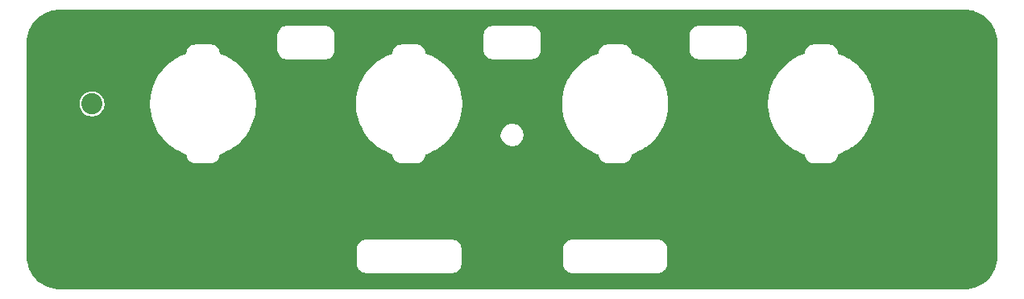
<source format=gbr>
%TF.GenerationSoftware,KiCad,Pcbnew,9.0.0-rc1-661-gd7f89c6576*%
%TF.CreationDate,2025-01-26T19:33:11-05:00*%
%TF.ProjectId,TS_Front_Endcap,54535f46-726f-46e7-945f-456e64636170,rev?*%
%TF.SameCoordinates,Original*%
%TF.FileFunction,Copper,L1,Top*%
%TF.FilePolarity,Positive*%
%FSLAX46Y46*%
G04 Gerber Fmt 4.6, Leading zero omitted, Abs format (unit mm)*
G04 Created by KiCad (PCBNEW 9.0.0-rc1-661-gd7f89c6576) date 2025-01-26 19:33:11*
%MOMM*%
%LPD*%
G01*
G04 APERTURE LIST*
%TA.AperFunction,ComponentPad*%
%ADD10C,5.250000*%
%TD*%
%TA.AperFunction,ComponentPad*%
%ADD11C,2.220000*%
%TD*%
%TA.AperFunction,ViaPad*%
%ADD12C,0.508000*%
%TD*%
G04 APERTURE END LIST*
D10*
%TO.P,H4,1,1*%
%TO.N,GND*%
X193010000Y-116500033D03*
%TD*%
D11*
%TO.P,TP2,1*%
%TO.N,Net-(TP1-Pad2)*%
X101360000Y-100454993D03*
%TD*%
D10*
%TO.P,H2,1,1*%
%TO.N,GND*%
X98010000Y-116500033D03*
%TD*%
%TO.P,H1,1,1*%
%TO.N,GND*%
X98010000Y-94000033D03*
%TD*%
D11*
%TO.P,TP3,1*%
%TO.N,GND*%
X101360000Y-110044993D03*
%TD*%
D10*
%TO.P,H3,1,1*%
%TO.N,GND*%
X193010000Y-94000033D03*
%TD*%
D12*
%TO.N,GND*%
X120360000Y-93989993D03*
X185510000Y-119500033D03*
X95635000Y-94000033D03*
X145510000Y-91000033D03*
X194685000Y-95675033D03*
X154231450Y-106068542D03*
X141510000Y-91000033D03*
X159510000Y-119500033D03*
X194685000Y-92325033D03*
X132581454Y-94841436D03*
X142010000Y-93989993D03*
X149010000Y-93989993D03*
X101510000Y-91000033D03*
X150260008Y-100454996D03*
X167160000Y-110125033D03*
X107510000Y-91000033D03*
X123860000Y-110125033D03*
X191323550Y-114825033D03*
X162335000Y-116509993D03*
X95010000Y-97250033D03*
X168160000Y-105125033D03*
X163660000Y-93989993D03*
X95010000Y-105250033D03*
X127360000Y-93989993D03*
X98010000Y-114125033D03*
X136788553Y-94841433D03*
X195385000Y-116500033D03*
X101510000Y-119500033D03*
X170660000Y-93989993D03*
X194685000Y-118175033D03*
X171510000Y-119500033D03*
X139510000Y-91000033D03*
X177510000Y-119500033D03*
X132581450Y-106068542D03*
X175510000Y-119500033D03*
X127510000Y-91000033D03*
X115510000Y-91000033D03*
X137510000Y-119500033D03*
X95010000Y-109250033D03*
X119510000Y-91000033D03*
X136788560Y-106068542D03*
X135510000Y-91000033D03*
X98000000Y-118875033D03*
X179510000Y-119500033D03*
X96330621Y-118179412D03*
X141510000Y-119500033D03*
X169510000Y-91000033D03*
X98010000Y-91625033D03*
X113510000Y-119500033D03*
X163510000Y-91000033D03*
X140760000Y-100446567D03*
X128610008Y-100454996D03*
X191323550Y-92325033D03*
X95010000Y-111250033D03*
X157510000Y-91000033D03*
X162410000Y-100446567D03*
X100385000Y-116500033D03*
X179510000Y-91000033D03*
X196010000Y-101250033D03*
X110931454Y-94841440D03*
X157510000Y-119500033D03*
X98000000Y-96375033D03*
X151510000Y-119500033D03*
X185510000Y-91000033D03*
X117510000Y-119500033D03*
X154231454Y-94841436D03*
X95635000Y-116500033D03*
X158438560Y-106068542D03*
X169510000Y-119500033D03*
X121510000Y-91000033D03*
X155510000Y-119500033D03*
X95010000Y-101250033D03*
X183510000Y-91000033D03*
X175510000Y-91000033D03*
X133510000Y-119500033D03*
X107510000Y-119500033D03*
X115510000Y-119500033D03*
X95010000Y-103250033D03*
X96323550Y-92325033D03*
X177510000Y-91000033D03*
X96323550Y-114825033D03*
X180088553Y-94833670D03*
X143510000Y-91000033D03*
X109510000Y-91000033D03*
X123510000Y-91000033D03*
X103510000Y-119500033D03*
X95010000Y-107250033D03*
X167510000Y-91000033D03*
X105510000Y-119500033D03*
X111510000Y-119500033D03*
X196010000Y-103250033D03*
X106960008Y-100455000D03*
X153510000Y-119500033D03*
X149510000Y-91000033D03*
X113510000Y-91000033D03*
X119110000Y-100446571D03*
X193000000Y-118875033D03*
X143510000Y-119500033D03*
X171510000Y-91000033D03*
X129510000Y-91000033D03*
X153510000Y-91000033D03*
X194685000Y-114825033D03*
X196010000Y-97250033D03*
X145510000Y-110729993D03*
X149510000Y-119500033D03*
X147510000Y-91000033D03*
X173510000Y-91000033D03*
X147510000Y-119500033D03*
X163510000Y-119500033D03*
X127510000Y-119500033D03*
X184060000Y-100438804D03*
X159510000Y-91000033D03*
X193010000Y-114125033D03*
X196010000Y-107250033D03*
X131510000Y-91000033D03*
X125510000Y-119500033D03*
X111510000Y-91000033D03*
X124860000Y-105125033D03*
X110931450Y-106068546D03*
X150335000Y-116509993D03*
X133510000Y-91000033D03*
X195385000Y-94000033D03*
X115138553Y-94841437D03*
X128685000Y-116509993D03*
X135510000Y-119500033D03*
X196010000Y-99250033D03*
X117510000Y-91000033D03*
X99685000Y-118175033D03*
X166160000Y-105125033D03*
X129510000Y-119500033D03*
X165510000Y-119500033D03*
X191330621Y-118179412D03*
X173510000Y-119500033D03*
X99685000Y-95675033D03*
X167510000Y-119500033D03*
X109510000Y-119500033D03*
X103510000Y-91000033D03*
X161510000Y-91000033D03*
X161510000Y-119500033D03*
X95010000Y-113250033D03*
X190635000Y-94000033D03*
X171910008Y-100447233D03*
X181510000Y-119500033D03*
X123510000Y-119500033D03*
X151510000Y-91000033D03*
X145510000Y-119500033D03*
X131510000Y-119500033D03*
X175881454Y-94833673D03*
X158438553Y-94841433D03*
X193000000Y-96375033D03*
X175881450Y-106060779D03*
X189510000Y-119500033D03*
X155510000Y-91000033D03*
X105510000Y-91000033D03*
X187510000Y-91000033D03*
X191330621Y-95679412D03*
X125510000Y-91000033D03*
X140685000Y-116509993D03*
X181510000Y-91000033D03*
X193010000Y-91625033D03*
X121510000Y-119500033D03*
X196010000Y-109250033D03*
X115138560Y-106068546D03*
X190635000Y-116500033D03*
X180088560Y-106060779D03*
X196010000Y-105250033D03*
X196010000Y-111250033D03*
X183510000Y-119500033D03*
X99685000Y-114825033D03*
X100385000Y-94000033D03*
X99685000Y-92325033D03*
X137510000Y-91000033D03*
X165510000Y-91000033D03*
X119510000Y-119500033D03*
X189510000Y-91000033D03*
X196010000Y-113250033D03*
X139510000Y-119500033D03*
X187510000Y-119500033D03*
X95010000Y-99250033D03*
X96330621Y-95679412D03*
%TD*%
%TA.AperFunction,Conductor*%
%TO.N,GND*%
G36*
X193011200Y-90500591D02*
G01*
X193350614Y-90517266D01*
X193355375Y-90517734D01*
X193690347Y-90567423D01*
X193695037Y-90568356D01*
X193965097Y-90636002D01*
X194023511Y-90650635D01*
X194028113Y-90652031D01*
X194268832Y-90738162D01*
X194346928Y-90766106D01*
X194346937Y-90766109D01*
X194351379Y-90767950D01*
X194657461Y-90912717D01*
X194661702Y-90914983D01*
X194952148Y-91089071D01*
X194956146Y-91091743D01*
X195228112Y-91293447D01*
X195231830Y-91296498D01*
X195482723Y-91523896D01*
X195486123Y-91527296D01*
X195713520Y-91778193D01*
X195716570Y-91781910D01*
X195918272Y-92053877D01*
X195920944Y-92057875D01*
X196095025Y-92348313D01*
X196097292Y-92352554D01*
X196127912Y-92417295D01*
X196235803Y-92645417D01*
X196242066Y-92658658D01*
X196243901Y-92663088D01*
X196298449Y-92815543D01*
X196357976Y-92981911D01*
X196359372Y-92986512D01*
X196441646Y-93314979D01*
X196442584Y-93319696D01*
X196492266Y-93654640D01*
X196492737Y-93659425D01*
X196509440Y-93999505D01*
X196509499Y-94001908D01*
X196509499Y-94034409D01*
X196509499Y-94065921D01*
X196509499Y-94065923D01*
X196509500Y-94069870D01*
X196509500Y-116498824D01*
X196509441Y-116501229D01*
X196492764Y-116840630D01*
X196492293Y-116845415D01*
X196442604Y-117180370D01*
X196441665Y-117185086D01*
X196359393Y-117513529D01*
X196357998Y-117518131D01*
X196243915Y-117836963D01*
X196242074Y-117841405D01*
X196097306Y-118147486D01*
X196095040Y-118151727D01*
X195920952Y-118442172D01*
X195918280Y-118446170D01*
X195716575Y-118718136D01*
X195713524Y-118721854D01*
X195486126Y-118972746D01*
X195482726Y-118976146D01*
X195231830Y-119203543D01*
X195228113Y-119206593D01*
X194956146Y-119408296D01*
X194952148Y-119410968D01*
X194661711Y-119585049D01*
X194657470Y-119587316D01*
X194351370Y-119732089D01*
X194346927Y-119733929D01*
X194028111Y-119848002D01*
X194023510Y-119849398D01*
X193695049Y-119931674D01*
X193690333Y-119932612D01*
X193355386Y-119982296D01*
X193350600Y-119982767D01*
X193207837Y-119989780D01*
X193010519Y-119999474D01*
X193008135Y-119999533D01*
X98011203Y-119999533D01*
X98008799Y-119999474D01*
X97669396Y-119982800D01*
X97664610Y-119982329D01*
X97329660Y-119932644D01*
X97324944Y-119931706D01*
X96996475Y-119849430D01*
X96991883Y-119848037D01*
X96777275Y-119771249D01*
X96673052Y-119733958D01*
X96668618Y-119732121D01*
X96362505Y-119587341D01*
X96358281Y-119585083D01*
X96067833Y-119410995D01*
X96063835Y-119408323D01*
X95791866Y-119206619D01*
X95788149Y-119203569D01*
X95537250Y-118976170D01*
X95533850Y-118972770D01*
X95306450Y-118721875D01*
X95303399Y-118718157D01*
X95101685Y-118446179D01*
X95099025Y-118442199D01*
X94924929Y-118151741D01*
X94922666Y-118147507D01*
X94892009Y-118082689D01*
X94777888Y-117841404D01*
X94776055Y-117836982D01*
X94661969Y-117518136D01*
X94660576Y-117513541D01*
X94618987Y-117347516D01*
X94578297Y-117185079D01*
X94577363Y-117180388D01*
X94527671Y-116845405D01*
X94527203Y-116840646D01*
X94510559Y-116501900D01*
X94510500Y-116499495D01*
X94510500Y-115829820D01*
X129184499Y-115829820D01*
X129184500Y-115829833D01*
X129184500Y-117328968D01*
X129184506Y-117329061D01*
X129184506Y-117347519D01*
X129202744Y-117450962D01*
X129214903Y-117519927D01*
X129214904Y-117519928D01*
X129274776Y-117684431D01*
X129274780Y-117684440D01*
X129362306Y-117836042D01*
X129362311Y-117836048D01*
X129474832Y-117970148D01*
X129474841Y-117970157D01*
X129608944Y-118082684D01*
X129728529Y-118151727D01*
X129760555Y-118170217D01*
X129925062Y-118230093D01*
X130097467Y-118260493D01*
X130119108Y-118260493D01*
X139119108Y-118260493D01*
X139164697Y-118260493D01*
X139164714Y-118260500D01*
X139185000Y-118260500D01*
X139272527Y-118260500D01*
X139272533Y-118260500D01*
X139444940Y-118230100D01*
X139609448Y-118170223D01*
X139761060Y-118082689D01*
X139895168Y-117970158D01*
X140007697Y-117836048D01*
X140095229Y-117684436D01*
X140155104Y-117519926D01*
X140185501Y-117347519D01*
X140185500Y-117259986D01*
X140185500Y-117259493D01*
X140185500Y-115829820D01*
X150834499Y-115829820D01*
X150834500Y-115829833D01*
X150834500Y-117328968D01*
X150834506Y-117329061D01*
X150834506Y-117347519D01*
X150852744Y-117450962D01*
X150864903Y-117519927D01*
X150864904Y-117519928D01*
X150924776Y-117684431D01*
X150924780Y-117684440D01*
X151012306Y-117836042D01*
X151012311Y-117836048D01*
X151124832Y-117970148D01*
X151124841Y-117970157D01*
X151258944Y-118082684D01*
X151378529Y-118151727D01*
X151410555Y-118170217D01*
X151575062Y-118230093D01*
X151747467Y-118260493D01*
X151769108Y-118260493D01*
X160769108Y-118260493D01*
X160814697Y-118260493D01*
X160814714Y-118260500D01*
X160835000Y-118260500D01*
X160922527Y-118260500D01*
X160922533Y-118260500D01*
X161094940Y-118230100D01*
X161259448Y-118170223D01*
X161411060Y-118082689D01*
X161545168Y-117970158D01*
X161657697Y-117836048D01*
X161745229Y-117684436D01*
X161805104Y-117519926D01*
X161835501Y-117347519D01*
X161835500Y-117259986D01*
X161835500Y-117259493D01*
X161835500Y-115825881D01*
X161835501Y-115825878D01*
X161835500Y-115780287D01*
X161835506Y-115780271D01*
X161835506Y-115759986D01*
X161835507Y-115759986D01*
X161835506Y-115672454D01*
X161835506Y-115672451D01*
X161805106Y-115500060D01*
X161805105Y-115500059D01*
X161805104Y-115500049D01*
X161745227Y-115335543D01*
X161657693Y-115183934D01*
X161545171Y-115049836D01*
X161545167Y-115049831D01*
X161545158Y-115049822D01*
X161411058Y-114937301D01*
X161411049Y-114937295D01*
X161259451Y-114849770D01*
X161259442Y-114849766D01*
X161094940Y-114789893D01*
X161094941Y-114789893D01*
X161094938Y-114789892D01*
X161094937Y-114789892D01*
X160922532Y-114759493D01*
X160900892Y-114759493D01*
X151769108Y-114759493D01*
X151765935Y-114759493D01*
X151765829Y-114759500D01*
X151747467Y-114759500D01*
X151644311Y-114777689D01*
X151575065Y-114789899D01*
X151575064Y-114789899D01*
X151575060Y-114789900D01*
X151410560Y-114849773D01*
X151410551Y-114849777D01*
X151258950Y-114937302D01*
X151258944Y-114937307D01*
X151124846Y-115049827D01*
X151124837Y-115049836D01*
X151012314Y-115183936D01*
X150924780Y-115335543D01*
X150924778Y-115335546D01*
X150880880Y-115456153D01*
X150864903Y-115500050D01*
X150864902Y-115500052D01*
X150864899Y-115500062D01*
X150834500Y-115672450D01*
X150834500Y-115759986D01*
X150834499Y-115829820D01*
X140185500Y-115829820D01*
X140185500Y-115825881D01*
X140185501Y-115825878D01*
X140185500Y-115780288D01*
X140185506Y-115780272D01*
X140185506Y-115759986D01*
X140185507Y-115759986D01*
X140185506Y-115672454D01*
X140185506Y-115672451D01*
X140155106Y-115500060D01*
X140155105Y-115500059D01*
X140155104Y-115500049D01*
X140095227Y-115335543D01*
X140007693Y-115183934D01*
X139895171Y-115049836D01*
X139895167Y-115049831D01*
X139895158Y-115049822D01*
X139761058Y-114937301D01*
X139761049Y-114937295D01*
X139609451Y-114849770D01*
X139609442Y-114849766D01*
X139444940Y-114789893D01*
X139444941Y-114789893D01*
X139444938Y-114789892D01*
X139444937Y-114789892D01*
X139272532Y-114759493D01*
X139250892Y-114759493D01*
X130119108Y-114759493D01*
X130115935Y-114759493D01*
X130115829Y-114759500D01*
X130097467Y-114759500D01*
X129994311Y-114777689D01*
X129925065Y-114789899D01*
X129925064Y-114789899D01*
X129925060Y-114789900D01*
X129760560Y-114849773D01*
X129760551Y-114849777D01*
X129608950Y-114937302D01*
X129608944Y-114937307D01*
X129474846Y-115049827D01*
X129474837Y-115049836D01*
X129362314Y-115183936D01*
X129274780Y-115335543D01*
X129274778Y-115335546D01*
X129230880Y-115456153D01*
X129214903Y-115500050D01*
X129214902Y-115500052D01*
X129214899Y-115500062D01*
X129184500Y-115672450D01*
X129184500Y-115759986D01*
X129184499Y-115829820D01*
X94510500Y-115829820D01*
X94510500Y-100351854D01*
X100049500Y-100351854D01*
X100049500Y-100558131D01*
X100081768Y-100761866D01*
X100081769Y-100761869D01*
X100145512Y-100958051D01*
X100239156Y-101141839D01*
X100239159Y-101141843D01*
X100239160Y-101141845D01*
X100360407Y-101308726D01*
X100360409Y-101308728D01*
X100360412Y-101308732D01*
X100506260Y-101454580D01*
X100506263Y-101454582D01*
X100506267Y-101454586D01*
X100673148Y-101575833D01*
X100673150Y-101575834D01*
X100673153Y-101575836D01*
X100856941Y-101669480D01*
X100856943Y-101669481D01*
X101053124Y-101733224D01*
X101256861Y-101765493D01*
X101256862Y-101765493D01*
X101463138Y-101765493D01*
X101463139Y-101765493D01*
X101666876Y-101733224D01*
X101863057Y-101669481D01*
X102046852Y-101575833D01*
X102213733Y-101454586D01*
X102359593Y-101308726D01*
X102480840Y-101141845D01*
X102574488Y-100958050D01*
X102638231Y-100761869D01*
X102670500Y-100558132D01*
X102670500Y-100351854D01*
X102650335Y-100224541D01*
X107459501Y-100224541D01*
X107459501Y-100685455D01*
X107497538Y-101144796D01*
X107569419Y-101575836D01*
X107573355Y-101599434D01*
X107686431Y-102046263D01*
X107686436Y-102046280D01*
X107835990Y-102482214D01*
X107835992Y-102482219D01*
X107835996Y-102482230D01*
X108021031Y-102904372D01*
X108240273Y-103309803D01*
X108240277Y-103309810D01*
X108492220Y-103695749D01*
X108492224Y-103695755D01*
X108492226Y-103695757D01*
X108682063Y-103939873D01*
X108775173Y-104059604D01*
X108775174Y-104059606D01*
X109087174Y-104398852D01*
X109321914Y-104615176D01*
X109426118Y-104711204D01*
X109622662Y-104864364D01*
X109789681Y-104994517D01*
X109982381Y-105120588D01*
X110175379Y-105246855D01*
X110175385Y-105246858D01*
X110175386Y-105246859D01*
X110580587Y-105466503D01*
X110580590Y-105466504D01*
X111002528Y-105651956D01*
X111002536Y-105651959D01*
X111002545Y-105651963D01*
X111251448Y-105737632D01*
X111258748Y-105744088D01*
X111267966Y-105747262D01*
X111271695Y-105755540D01*
X111279538Y-105762477D01*
X111283559Y-105777745D01*
X111284088Y-105777677D01*
X111284094Y-105777723D01*
X111284271Y-105780449D01*
X111284408Y-105780969D01*
X111284414Y-105781067D01*
X111284327Y-105781317D01*
X111284506Y-105784061D01*
X111284506Y-105802519D01*
X111302744Y-105905962D01*
X111314903Y-105974927D01*
X111314904Y-105974928D01*
X111374776Y-106139431D01*
X111374780Y-106139440D01*
X111462306Y-106291042D01*
X111462311Y-106291048D01*
X111574832Y-106425148D01*
X111574841Y-106425157D01*
X111708944Y-106537684D01*
X111860555Y-106625217D01*
X112025062Y-106685093D01*
X112197467Y-106715493D01*
X112219108Y-106715493D01*
X113719108Y-106715493D01*
X113764697Y-106715493D01*
X113764714Y-106715500D01*
X113785000Y-106715500D01*
X113872527Y-106715500D01*
X113872533Y-106715500D01*
X114044940Y-106685100D01*
X114209448Y-106625223D01*
X114361060Y-106537689D01*
X114495168Y-106425158D01*
X114607697Y-106291048D01*
X114695229Y-106139436D01*
X114755104Y-105974926D01*
X114785501Y-105802519D01*
X114785500Y-105783978D01*
X114799850Y-105749331D01*
X114818550Y-105737647D01*
X115067460Y-105651976D01*
X115489416Y-105466517D01*
X115894628Y-105246867D01*
X116245303Y-105017441D01*
X116280326Y-104994528D01*
X116393417Y-104906400D01*
X116643892Y-104711214D01*
X116982832Y-104398866D01*
X117294840Y-104059611D01*
X117577785Y-103695765D01*
X117829739Y-103309810D01*
X118048981Y-102904378D01*
X118234017Y-102482235D01*
X118383583Y-102046263D01*
X118496660Y-101599434D01*
X118572476Y-101144798D01*
X118610513Y-100685455D01*
X118610513Y-100224541D01*
X129109501Y-100224541D01*
X129109501Y-100685455D01*
X129147538Y-101144796D01*
X129219419Y-101575836D01*
X129223355Y-101599434D01*
X129336431Y-102046263D01*
X129336436Y-102046280D01*
X129485990Y-102482214D01*
X129485992Y-102482219D01*
X129485996Y-102482230D01*
X129671031Y-102904372D01*
X129890273Y-103309803D01*
X129890277Y-103309810D01*
X130142220Y-103695749D01*
X130142224Y-103695755D01*
X130142226Y-103695757D01*
X130332063Y-103939873D01*
X130425173Y-104059604D01*
X130425174Y-104059606D01*
X130737174Y-104398852D01*
X130971914Y-104615176D01*
X131076118Y-104711204D01*
X131272662Y-104864364D01*
X131439681Y-104994517D01*
X131632381Y-105120588D01*
X131825379Y-105246855D01*
X131825385Y-105246858D01*
X131825386Y-105246859D01*
X132230587Y-105466503D01*
X132230590Y-105466504D01*
X132652528Y-105651956D01*
X132652536Y-105651959D01*
X132652545Y-105651963D01*
X132901448Y-105737632D01*
X132908748Y-105744088D01*
X132917966Y-105747262D01*
X132921695Y-105755540D01*
X132929538Y-105762477D01*
X132933559Y-105777745D01*
X132934088Y-105777677D01*
X132934094Y-105777723D01*
X132934271Y-105780449D01*
X132934408Y-105780969D01*
X132934414Y-105781067D01*
X132934327Y-105781317D01*
X132934506Y-105784061D01*
X132934506Y-105802519D01*
X132952744Y-105905962D01*
X132964903Y-105974927D01*
X132964904Y-105974928D01*
X133024776Y-106139431D01*
X133024780Y-106139440D01*
X133112306Y-106291042D01*
X133112311Y-106291048D01*
X133224832Y-106425148D01*
X133224841Y-106425157D01*
X133358944Y-106537684D01*
X133510555Y-106625217D01*
X133675062Y-106685093D01*
X133847467Y-106715493D01*
X133869108Y-106715493D01*
X135369108Y-106715493D01*
X135414697Y-106715493D01*
X135414714Y-106715500D01*
X135435000Y-106715500D01*
X135522527Y-106715500D01*
X135522533Y-106715500D01*
X135694940Y-106685100D01*
X135859448Y-106625223D01*
X136011060Y-106537689D01*
X136145168Y-106425158D01*
X136257697Y-106291048D01*
X136345229Y-106139436D01*
X136405104Y-105974926D01*
X136435501Y-105802519D01*
X136435500Y-105783978D01*
X136449850Y-105749331D01*
X136468550Y-105737647D01*
X136717460Y-105651976D01*
X137139416Y-105466517D01*
X137544628Y-105246867D01*
X137895303Y-105017441D01*
X137930326Y-104994528D01*
X138043417Y-104906400D01*
X138293892Y-104711214D01*
X138632832Y-104398866D01*
X138944840Y-104059611D01*
X139115483Y-103840177D01*
X144310000Y-103840177D01*
X144364859Y-104059613D01*
X144410000Y-104240176D01*
X144685000Y-104615176D01*
X145110000Y-104865176D01*
X145535000Y-104940176D01*
X146010000Y-104840176D01*
X146410000Y-104540176D01*
X146660000Y-104140176D01*
X146710000Y-103765176D01*
X146635000Y-103290176D01*
X146410000Y-102915176D01*
X146395248Y-102904358D01*
X146035000Y-102640176D01*
X145535001Y-102515176D01*
X145535000Y-102515176D01*
X145272500Y-102577676D01*
X145009999Y-102640176D01*
X144585000Y-102965176D01*
X144335000Y-103440176D01*
X144310000Y-103840177D01*
X139115483Y-103840177D01*
X139227785Y-103695765D01*
X139479739Y-103309810D01*
X139698981Y-102904378D01*
X139884017Y-102482235D01*
X140033583Y-102046263D01*
X140146660Y-101599434D01*
X140222476Y-101144798D01*
X140260513Y-100685455D01*
X140260513Y-100224541D01*
X150759501Y-100224541D01*
X150759501Y-100685455D01*
X150797538Y-101144796D01*
X150869419Y-101575836D01*
X150873355Y-101599434D01*
X150986431Y-102046263D01*
X150986436Y-102046280D01*
X151135990Y-102482214D01*
X151135992Y-102482219D01*
X151135996Y-102482230D01*
X151321031Y-102904372D01*
X151540273Y-103309803D01*
X151540277Y-103309810D01*
X151792220Y-103695749D01*
X151792224Y-103695755D01*
X151792226Y-103695757D01*
X151982063Y-103939873D01*
X152075173Y-104059604D01*
X152075174Y-104059606D01*
X152387174Y-104398852D01*
X152621914Y-104615176D01*
X152726118Y-104711204D01*
X152922662Y-104864364D01*
X153089681Y-104994517D01*
X153282381Y-105120588D01*
X153475379Y-105246855D01*
X153475385Y-105246858D01*
X153475386Y-105246859D01*
X153880587Y-105466503D01*
X153880590Y-105466504D01*
X154302528Y-105651956D01*
X154302536Y-105651959D01*
X154302545Y-105651963D01*
X154551448Y-105737632D01*
X154558748Y-105744088D01*
X154567966Y-105747262D01*
X154571695Y-105755540D01*
X154579538Y-105762477D01*
X154583559Y-105777745D01*
X154584088Y-105777677D01*
X154584094Y-105777723D01*
X154584271Y-105780449D01*
X154584408Y-105780969D01*
X154584414Y-105781067D01*
X154584327Y-105781317D01*
X154584506Y-105784061D01*
X154584506Y-105802519D01*
X154602744Y-105905962D01*
X154614903Y-105974927D01*
X154614904Y-105974928D01*
X154674776Y-106139431D01*
X154674780Y-106139440D01*
X154762306Y-106291042D01*
X154762311Y-106291048D01*
X154874832Y-106425148D01*
X154874841Y-106425157D01*
X155008944Y-106537684D01*
X155160555Y-106625217D01*
X155325062Y-106685093D01*
X155497467Y-106715493D01*
X155519108Y-106715493D01*
X157019108Y-106715493D01*
X157064697Y-106715493D01*
X157064714Y-106715500D01*
X157085000Y-106715500D01*
X157172527Y-106715500D01*
X157172533Y-106715500D01*
X157344940Y-106685100D01*
X157509448Y-106625223D01*
X157661060Y-106537689D01*
X157795168Y-106425158D01*
X157907697Y-106291048D01*
X157995229Y-106139436D01*
X158055104Y-105974926D01*
X158085501Y-105802519D01*
X158085500Y-105783978D01*
X158099850Y-105749331D01*
X158118550Y-105737647D01*
X158367460Y-105651976D01*
X158789416Y-105466517D01*
X159194628Y-105246867D01*
X159545303Y-105017441D01*
X159580326Y-104994528D01*
X159693417Y-104906400D01*
X159943892Y-104711214D01*
X160282832Y-104398866D01*
X160594840Y-104059611D01*
X160877785Y-103695765D01*
X161129739Y-103309810D01*
X161348981Y-102904378D01*
X161534017Y-102482235D01*
X161683583Y-102046263D01*
X161796660Y-101599434D01*
X161872476Y-101144798D01*
X161910513Y-100685455D01*
X161910513Y-100224541D01*
X172409501Y-100224541D01*
X172409501Y-100685455D01*
X172447538Y-101144796D01*
X172519419Y-101575836D01*
X172523355Y-101599434D01*
X172636431Y-102046263D01*
X172636436Y-102046280D01*
X172785990Y-102482214D01*
X172785992Y-102482219D01*
X172785996Y-102482230D01*
X172971031Y-102904372D01*
X173190273Y-103309803D01*
X173190277Y-103309810D01*
X173442220Y-103695749D01*
X173442224Y-103695755D01*
X173442226Y-103695757D01*
X173632063Y-103939873D01*
X173725173Y-104059604D01*
X173725174Y-104059606D01*
X174037174Y-104398852D01*
X174271914Y-104615176D01*
X174376118Y-104711204D01*
X174572662Y-104864364D01*
X174739681Y-104994517D01*
X174932381Y-105120588D01*
X175125379Y-105246855D01*
X175125385Y-105246858D01*
X175125386Y-105246859D01*
X175530587Y-105466503D01*
X175530590Y-105466504D01*
X175952528Y-105651956D01*
X175952536Y-105651959D01*
X175952545Y-105651963D01*
X176201448Y-105737632D01*
X176208748Y-105744088D01*
X176217966Y-105747262D01*
X176221695Y-105755540D01*
X176229538Y-105762477D01*
X176233559Y-105777745D01*
X176234088Y-105777677D01*
X176234094Y-105777723D01*
X176234271Y-105780449D01*
X176234408Y-105780969D01*
X176234414Y-105781067D01*
X176234327Y-105781317D01*
X176234506Y-105784061D01*
X176234506Y-105802519D01*
X176252744Y-105905962D01*
X176264903Y-105974927D01*
X176264904Y-105974928D01*
X176324776Y-106139431D01*
X176324780Y-106139440D01*
X176412306Y-106291042D01*
X176412311Y-106291048D01*
X176524832Y-106425148D01*
X176524841Y-106425157D01*
X176658944Y-106537684D01*
X176810555Y-106625217D01*
X176975062Y-106685093D01*
X177147467Y-106715493D01*
X177169108Y-106715493D01*
X178669108Y-106715493D01*
X178714697Y-106715493D01*
X178714714Y-106715500D01*
X178735000Y-106715500D01*
X178822527Y-106715500D01*
X178822533Y-106715500D01*
X178994940Y-106685100D01*
X179159448Y-106625223D01*
X179311060Y-106537689D01*
X179445168Y-106425158D01*
X179557697Y-106291048D01*
X179645229Y-106139436D01*
X179705104Y-105974926D01*
X179735501Y-105802519D01*
X179735500Y-105783978D01*
X179749850Y-105749331D01*
X179768550Y-105737647D01*
X180017460Y-105651976D01*
X180439416Y-105466517D01*
X180844628Y-105246867D01*
X181195303Y-105017441D01*
X181230326Y-104994528D01*
X181343417Y-104906400D01*
X181593892Y-104711214D01*
X181932832Y-104398866D01*
X182244840Y-104059611D01*
X182527785Y-103695765D01*
X182779739Y-103309810D01*
X182998981Y-102904378D01*
X183184017Y-102482235D01*
X183333583Y-102046263D01*
X183446660Y-101599434D01*
X183522476Y-101144798D01*
X183560513Y-100685455D01*
X183560513Y-100224541D01*
X183522475Y-99765198D01*
X183446659Y-99310562D01*
X183333582Y-98863734D01*
X183253565Y-98630491D01*
X183184018Y-98427769D01*
X183184017Y-98427768D01*
X183184015Y-98427761D01*
X182998979Y-98005619D01*
X182779737Y-97600187D01*
X182756922Y-97565238D01*
X182527788Y-97214239D01*
X182527783Y-97214232D01*
X182244837Y-96850386D01*
X182120157Y-96714817D01*
X181932833Y-96511134D01*
X181910497Y-96490550D01*
X181593889Y-96198783D01*
X181365270Y-96020628D01*
X181230323Y-95915468D01*
X180916417Y-95710100D01*
X180844625Y-95663131D01*
X180844620Y-95663128D01*
X180844617Y-95663126D01*
X180439415Y-95443482D01*
X180439412Y-95443481D01*
X180017473Y-95258028D01*
X180017452Y-95258020D01*
X179768559Y-95172354D01*
X179740468Y-95147508D01*
X179735506Y-95126022D01*
X179735506Y-95107451D01*
X179705106Y-94935060D01*
X179705105Y-94935059D01*
X179705104Y-94935049D01*
X179645227Y-94770543D01*
X179557693Y-94618934D01*
X179445171Y-94484836D01*
X179445167Y-94484831D01*
X179445158Y-94484822D01*
X179311058Y-94372301D01*
X179311049Y-94372295D01*
X179159451Y-94284770D01*
X179159442Y-94284766D01*
X178994940Y-94224893D01*
X178994941Y-94224893D01*
X178994938Y-94224892D01*
X178994937Y-94224892D01*
X178822532Y-94194493D01*
X178800892Y-94194493D01*
X177169108Y-94194493D01*
X177165935Y-94194493D01*
X177165829Y-94194500D01*
X177147467Y-94194500D01*
X177044311Y-94212689D01*
X176975065Y-94224899D01*
X176975064Y-94224899D01*
X176975060Y-94224900D01*
X176810560Y-94284773D01*
X176810551Y-94284777D01*
X176658950Y-94372302D01*
X176658944Y-94372307D01*
X176524846Y-94484827D01*
X176524837Y-94484836D01*
X176412314Y-94618936D01*
X176324780Y-94770543D01*
X176324778Y-94770546D01*
X176280880Y-94891153D01*
X176264903Y-94935050D01*
X176264902Y-94935052D01*
X176264899Y-94935062D01*
X176234500Y-95107450D01*
X176234500Y-95126036D01*
X176220147Y-95160684D01*
X176201447Y-95172366D01*
X175952552Y-95258033D01*
X175952531Y-95258041D01*
X175530593Y-95443493D01*
X175530590Y-95443494D01*
X175125390Y-95663138D01*
X175125386Y-95663141D01*
X174739684Y-95915480D01*
X174376129Y-96198786D01*
X174376116Y-96198797D01*
X174037176Y-96511144D01*
X173725176Y-96850390D01*
X173725175Y-96850392D01*
X173442222Y-97214247D01*
X173190279Y-97600186D01*
X173190275Y-97600194D01*
X172971033Y-98005625D01*
X172971032Y-98005628D01*
X172971024Y-98005644D01*
X172785996Y-98427771D01*
X172785994Y-98427774D01*
X172636435Y-98863723D01*
X172636432Y-98863733D01*
X172636432Y-98863734D01*
X172636431Y-98863738D01*
X172523355Y-99310565D01*
X172504874Y-99421388D01*
X172447540Y-99765197D01*
X172447539Y-99765200D01*
X172409501Y-100224541D01*
X161910513Y-100224541D01*
X161872475Y-99765198D01*
X161796659Y-99310562D01*
X161683582Y-98863734D01*
X161603565Y-98630491D01*
X161534018Y-98427769D01*
X161534017Y-98427768D01*
X161534015Y-98427761D01*
X161348979Y-98005619D01*
X161129737Y-97600187D01*
X161106922Y-97565238D01*
X160877788Y-97214239D01*
X160877783Y-97214232D01*
X160594837Y-96850386D01*
X160470157Y-96714817D01*
X160282833Y-96511134D01*
X160260497Y-96490550D01*
X159943889Y-96198783D01*
X159715270Y-96020628D01*
X159580323Y-95915468D01*
X159266417Y-95710100D01*
X159194625Y-95663131D01*
X159194620Y-95663128D01*
X159194617Y-95663126D01*
X158789415Y-95443482D01*
X158789412Y-95443481D01*
X158367473Y-95258028D01*
X158367452Y-95258020D01*
X158118559Y-95172354D01*
X158090468Y-95147508D01*
X158085506Y-95126022D01*
X158085506Y-95107451D01*
X158055106Y-94935060D01*
X158055105Y-94935059D01*
X158055104Y-94935049D01*
X157995227Y-94770543D01*
X157907693Y-94618934D01*
X157795171Y-94484836D01*
X157795167Y-94484831D01*
X157795158Y-94484822D01*
X157661058Y-94372301D01*
X157661049Y-94372295D01*
X157509451Y-94284770D01*
X157509442Y-94284766D01*
X157344940Y-94224893D01*
X157344941Y-94224893D01*
X157344938Y-94224892D01*
X157344937Y-94224892D01*
X157172532Y-94194493D01*
X157150892Y-94194493D01*
X155519108Y-94194493D01*
X155515935Y-94194493D01*
X155515829Y-94194500D01*
X155497467Y-94194500D01*
X155394311Y-94212689D01*
X155325065Y-94224899D01*
X155325064Y-94224899D01*
X155325060Y-94224900D01*
X155160560Y-94284773D01*
X155160551Y-94284777D01*
X155008950Y-94372302D01*
X155008944Y-94372307D01*
X154874846Y-94484827D01*
X154874837Y-94484836D01*
X154762314Y-94618936D01*
X154674780Y-94770543D01*
X154674778Y-94770546D01*
X154630880Y-94891153D01*
X154614903Y-94935050D01*
X154614902Y-94935052D01*
X154614899Y-94935062D01*
X154584500Y-95107450D01*
X154584500Y-95126036D01*
X154570147Y-95160684D01*
X154551447Y-95172366D01*
X154302552Y-95258033D01*
X154302531Y-95258041D01*
X153880593Y-95443493D01*
X153880590Y-95443494D01*
X153475390Y-95663138D01*
X153475386Y-95663141D01*
X153089684Y-95915480D01*
X152726129Y-96198786D01*
X152726116Y-96198797D01*
X152387176Y-96511144D01*
X152075176Y-96850390D01*
X152075175Y-96850392D01*
X151792222Y-97214247D01*
X151540279Y-97600186D01*
X151540275Y-97600194D01*
X151321033Y-98005625D01*
X151321032Y-98005628D01*
X151321024Y-98005644D01*
X151135996Y-98427771D01*
X151135994Y-98427774D01*
X150986435Y-98863723D01*
X150986432Y-98863733D01*
X150986432Y-98863734D01*
X150986431Y-98863738D01*
X150873355Y-99310565D01*
X150854874Y-99421388D01*
X150797540Y-99765197D01*
X150797539Y-99765200D01*
X150759501Y-100224541D01*
X140260513Y-100224541D01*
X140222475Y-99765198D01*
X140146659Y-99310562D01*
X140033582Y-98863734D01*
X139953565Y-98630491D01*
X139884018Y-98427769D01*
X139884017Y-98427768D01*
X139884015Y-98427761D01*
X139698979Y-98005619D01*
X139479737Y-97600187D01*
X139456922Y-97565238D01*
X139227788Y-97214239D01*
X139227783Y-97214232D01*
X138944837Y-96850386D01*
X138820157Y-96714817D01*
X138632833Y-96511134D01*
X138610497Y-96490550D01*
X138293889Y-96198783D01*
X138065270Y-96020628D01*
X137930323Y-95915468D01*
X137616417Y-95710100D01*
X137544625Y-95663131D01*
X137544620Y-95663128D01*
X137544617Y-95663126D01*
X137139415Y-95443482D01*
X137139412Y-95443481D01*
X136717473Y-95258028D01*
X136717452Y-95258020D01*
X136468559Y-95172354D01*
X136440468Y-95147508D01*
X136435506Y-95126022D01*
X136435506Y-95107451D01*
X136405106Y-94935060D01*
X136405105Y-94935059D01*
X136405104Y-94935049D01*
X136345227Y-94770543D01*
X136257693Y-94618934D01*
X136145171Y-94484836D01*
X136145167Y-94484831D01*
X136145158Y-94484822D01*
X136011058Y-94372301D01*
X136011049Y-94372295D01*
X135859451Y-94284770D01*
X135859442Y-94284766D01*
X135694940Y-94224893D01*
X135694941Y-94224893D01*
X135694938Y-94224892D01*
X135694937Y-94224892D01*
X135522532Y-94194493D01*
X135500892Y-94194493D01*
X133869108Y-94194493D01*
X133865935Y-94194493D01*
X133865829Y-94194500D01*
X133847467Y-94194500D01*
X133744311Y-94212689D01*
X133675065Y-94224899D01*
X133675064Y-94224899D01*
X133675060Y-94224900D01*
X133510560Y-94284773D01*
X133510551Y-94284777D01*
X133358950Y-94372302D01*
X133358944Y-94372307D01*
X133224846Y-94484827D01*
X133224837Y-94484836D01*
X133112314Y-94618936D01*
X133024780Y-94770543D01*
X133024778Y-94770546D01*
X132980880Y-94891153D01*
X132964903Y-94935050D01*
X132964902Y-94935052D01*
X132964899Y-94935062D01*
X132934500Y-95107450D01*
X132934500Y-95126036D01*
X132920147Y-95160684D01*
X132901447Y-95172366D01*
X132652552Y-95258033D01*
X132652531Y-95258041D01*
X132230593Y-95443493D01*
X132230590Y-95443494D01*
X131825390Y-95663138D01*
X131825386Y-95663141D01*
X131439684Y-95915480D01*
X131076129Y-96198786D01*
X131076116Y-96198797D01*
X130737176Y-96511144D01*
X130425176Y-96850390D01*
X130425175Y-96850392D01*
X130142222Y-97214247D01*
X129890279Y-97600186D01*
X129890275Y-97600194D01*
X129671033Y-98005625D01*
X129671032Y-98005628D01*
X129671024Y-98005644D01*
X129485996Y-98427771D01*
X129485994Y-98427774D01*
X129336435Y-98863723D01*
X129336432Y-98863733D01*
X129336432Y-98863734D01*
X129336431Y-98863738D01*
X129223355Y-99310565D01*
X129204874Y-99421388D01*
X129147540Y-99765197D01*
X129147539Y-99765200D01*
X129109501Y-100224541D01*
X118610513Y-100224541D01*
X118572475Y-99765198D01*
X118496659Y-99310562D01*
X118383582Y-98863734D01*
X118303565Y-98630491D01*
X118234018Y-98427769D01*
X118234017Y-98427768D01*
X118234015Y-98427761D01*
X118048979Y-98005619D01*
X117829737Y-97600187D01*
X117806922Y-97565238D01*
X117577788Y-97214239D01*
X117577783Y-97214232D01*
X117294837Y-96850386D01*
X117170157Y-96714817D01*
X116982833Y-96511134D01*
X116960497Y-96490550D01*
X116643889Y-96198783D01*
X116415270Y-96020628D01*
X116280323Y-95915468D01*
X115966417Y-95710100D01*
X115894625Y-95663131D01*
X115894620Y-95663128D01*
X115894617Y-95663126D01*
X115489415Y-95443482D01*
X115489412Y-95443481D01*
X115067473Y-95258028D01*
X115067452Y-95258020D01*
X114818559Y-95172354D01*
X114790468Y-95147508D01*
X114785506Y-95126022D01*
X114785506Y-95107451D01*
X114755106Y-94935060D01*
X114755105Y-94935059D01*
X114755104Y-94935049D01*
X114695227Y-94770543D01*
X114607693Y-94618934D01*
X114495171Y-94484836D01*
X114495167Y-94484831D01*
X114495158Y-94484822D01*
X114361058Y-94372301D01*
X114361049Y-94372295D01*
X114209451Y-94284770D01*
X114209442Y-94284766D01*
X114044940Y-94224893D01*
X114044941Y-94224893D01*
X114044938Y-94224892D01*
X114044937Y-94224892D01*
X113872532Y-94194493D01*
X113850892Y-94194493D01*
X112219108Y-94194493D01*
X112215935Y-94194493D01*
X112215829Y-94194500D01*
X112197467Y-94194500D01*
X112094311Y-94212689D01*
X112025065Y-94224899D01*
X112025064Y-94224899D01*
X112025060Y-94224900D01*
X111860560Y-94284773D01*
X111860551Y-94284777D01*
X111708950Y-94372302D01*
X111708944Y-94372307D01*
X111574846Y-94484827D01*
X111574837Y-94484836D01*
X111462314Y-94618936D01*
X111374780Y-94770543D01*
X111374778Y-94770546D01*
X111330880Y-94891153D01*
X111314903Y-94935050D01*
X111314902Y-94935052D01*
X111314899Y-94935062D01*
X111284500Y-95107450D01*
X111284500Y-95126036D01*
X111270147Y-95160684D01*
X111251447Y-95172366D01*
X111002552Y-95258033D01*
X111002531Y-95258041D01*
X110580593Y-95443493D01*
X110580590Y-95443494D01*
X110175390Y-95663138D01*
X110175386Y-95663141D01*
X109789684Y-95915480D01*
X109426129Y-96198786D01*
X109426116Y-96198797D01*
X109087176Y-96511144D01*
X108775176Y-96850390D01*
X108775175Y-96850392D01*
X108492222Y-97214247D01*
X108240279Y-97600186D01*
X108240275Y-97600194D01*
X108021033Y-98005625D01*
X108021032Y-98005628D01*
X108021024Y-98005644D01*
X107835996Y-98427771D01*
X107835994Y-98427774D01*
X107686435Y-98863723D01*
X107686432Y-98863733D01*
X107686432Y-98863734D01*
X107686431Y-98863738D01*
X107573355Y-99310565D01*
X107554874Y-99421388D01*
X107497540Y-99765197D01*
X107497539Y-99765200D01*
X107459501Y-100224541D01*
X102650335Y-100224541D01*
X102638231Y-100148117D01*
X102574488Y-99951936D01*
X102480840Y-99768141D01*
X102359593Y-99601260D01*
X102359589Y-99601256D01*
X102359587Y-99601253D01*
X102213739Y-99455405D01*
X102213735Y-99455402D01*
X102213733Y-99455400D01*
X102046852Y-99334153D01*
X102046850Y-99334152D01*
X102046846Y-99334149D01*
X101863058Y-99240505D01*
X101666876Y-99176762D01*
X101666873Y-99176761D01*
X101510367Y-99151973D01*
X101463139Y-99144493D01*
X101256861Y-99144493D01*
X101218520Y-99150565D01*
X101053126Y-99176761D01*
X101053123Y-99176762D01*
X100856941Y-99240505D01*
X100673153Y-99334149D01*
X100506260Y-99455405D01*
X100360412Y-99601253D01*
X100239156Y-99768146D01*
X100145512Y-99951934D01*
X100081769Y-100148116D01*
X100081768Y-100148119D01*
X100049500Y-100351854D01*
X94510500Y-100351854D01*
X94510500Y-94001232D01*
X94510559Y-93998828D01*
X94513743Y-93934020D01*
X94527233Y-93659414D01*
X94527701Y-93654657D01*
X94577390Y-93319678D01*
X94578326Y-93314978D01*
X94579618Y-93309820D01*
X120859499Y-93309820D01*
X120859500Y-93309833D01*
X120859500Y-94808968D01*
X120859506Y-94809061D01*
X120859506Y-94827519D01*
X120877744Y-94930962D01*
X120889903Y-94999927D01*
X120889904Y-94999928D01*
X120949776Y-95164431D01*
X120949780Y-95164440D01*
X121037306Y-95316042D01*
X121037311Y-95316048D01*
X121149832Y-95450148D01*
X121149841Y-95450157D01*
X121256442Y-95539607D01*
X121283944Y-95562684D01*
X121435555Y-95650217D01*
X121600062Y-95710093D01*
X121772467Y-95740493D01*
X121794108Y-95740493D01*
X125794108Y-95740493D01*
X125839697Y-95740493D01*
X125839714Y-95740500D01*
X125860000Y-95740500D01*
X125947527Y-95740500D01*
X125947533Y-95740500D01*
X126119940Y-95710100D01*
X126284448Y-95650223D01*
X126436060Y-95562689D01*
X126570168Y-95450158D01*
X126682697Y-95316048D01*
X126770229Y-95164436D01*
X126830104Y-94999926D01*
X126860501Y-94827519D01*
X126860500Y-94739986D01*
X126860500Y-94728601D01*
X126860500Y-93309820D01*
X142509499Y-93309820D01*
X142509500Y-93309833D01*
X142509500Y-94808968D01*
X142509506Y-94809061D01*
X142509506Y-94827519D01*
X142527744Y-94930962D01*
X142539903Y-94999927D01*
X142539904Y-94999928D01*
X142599776Y-95164431D01*
X142599780Y-95164440D01*
X142687306Y-95316042D01*
X142687311Y-95316048D01*
X142799832Y-95450148D01*
X142799841Y-95450157D01*
X142906442Y-95539607D01*
X142933944Y-95562684D01*
X143085555Y-95650217D01*
X143250062Y-95710093D01*
X143422467Y-95740493D01*
X143444108Y-95740493D01*
X147444108Y-95740493D01*
X147489697Y-95740493D01*
X147489714Y-95740500D01*
X147510000Y-95740500D01*
X147597527Y-95740500D01*
X147597533Y-95740500D01*
X147769940Y-95710100D01*
X147934448Y-95650223D01*
X148086060Y-95562689D01*
X148220168Y-95450158D01*
X148332697Y-95316048D01*
X148420229Y-95164436D01*
X148480104Y-94999926D01*
X148510501Y-94827519D01*
X148510500Y-94739986D01*
X148510500Y-94728601D01*
X148510500Y-93309820D01*
X164159499Y-93309820D01*
X164159500Y-93309833D01*
X164159500Y-94808968D01*
X164159506Y-94809061D01*
X164159506Y-94827519D01*
X164177744Y-94930962D01*
X164189903Y-94999927D01*
X164189904Y-94999928D01*
X164249776Y-95164431D01*
X164249780Y-95164440D01*
X164337306Y-95316042D01*
X164337311Y-95316048D01*
X164449832Y-95450148D01*
X164449841Y-95450157D01*
X164556442Y-95539607D01*
X164583944Y-95562684D01*
X164735555Y-95650217D01*
X164900062Y-95710093D01*
X165072467Y-95740493D01*
X165094108Y-95740493D01*
X169094108Y-95740493D01*
X169139697Y-95740493D01*
X169139714Y-95740500D01*
X169160000Y-95740500D01*
X169247527Y-95740500D01*
X169247533Y-95740500D01*
X169419940Y-95710100D01*
X169584448Y-95650223D01*
X169736060Y-95562689D01*
X169870168Y-95450158D01*
X169982697Y-95316048D01*
X170070229Y-95164436D01*
X170130104Y-94999926D01*
X170160501Y-94827519D01*
X170160500Y-94739986D01*
X170160500Y-94728601D01*
X170160500Y-93305881D01*
X170160501Y-93305878D01*
X170160500Y-93260287D01*
X170160506Y-93260271D01*
X170160506Y-93239986D01*
X170160507Y-93239986D01*
X170160506Y-93152454D01*
X170160506Y-93152451D01*
X170130106Y-92980060D01*
X170130105Y-92980059D01*
X170130104Y-92980049D01*
X170070227Y-92815543D01*
X169982693Y-92663934D01*
X169870171Y-92529836D01*
X169870167Y-92529831D01*
X169870158Y-92529822D01*
X169736058Y-92417301D01*
X169736049Y-92417295D01*
X169584451Y-92329770D01*
X169584442Y-92329766D01*
X169419940Y-92269893D01*
X169419941Y-92269893D01*
X169419938Y-92269892D01*
X169419937Y-92269892D01*
X169247532Y-92239493D01*
X169225892Y-92239493D01*
X165094108Y-92239493D01*
X165090935Y-92239493D01*
X165090829Y-92239500D01*
X165072467Y-92239500D01*
X164969311Y-92257689D01*
X164900065Y-92269899D01*
X164900064Y-92269899D01*
X164900060Y-92269900D01*
X164735560Y-92329773D01*
X164735551Y-92329777D01*
X164583950Y-92417302D01*
X164583944Y-92417307D01*
X164449846Y-92529827D01*
X164449837Y-92529836D01*
X164337314Y-92663936D01*
X164249780Y-92815543D01*
X164249778Y-92815546D01*
X164205880Y-92936153D01*
X164189903Y-92980050D01*
X164189902Y-92980052D01*
X164189899Y-92980062D01*
X164159500Y-93152450D01*
X164159500Y-93239986D01*
X164159499Y-93309820D01*
X148510500Y-93309820D01*
X148510500Y-93305881D01*
X148510501Y-93305878D01*
X148510500Y-93260288D01*
X148510506Y-93260272D01*
X148510506Y-93239986D01*
X148510507Y-93239986D01*
X148510506Y-93152454D01*
X148510506Y-93152451D01*
X148480106Y-92980060D01*
X148480105Y-92980059D01*
X148480104Y-92980049D01*
X148420227Y-92815543D01*
X148332693Y-92663934D01*
X148220171Y-92529836D01*
X148220167Y-92529831D01*
X148220158Y-92529822D01*
X148086058Y-92417301D01*
X148086049Y-92417295D01*
X147934451Y-92329770D01*
X147934442Y-92329766D01*
X147769940Y-92269893D01*
X147769941Y-92269893D01*
X147769938Y-92269892D01*
X147769937Y-92269892D01*
X147597532Y-92239493D01*
X147575892Y-92239493D01*
X143444108Y-92239493D01*
X143440935Y-92239493D01*
X143440829Y-92239500D01*
X143422467Y-92239500D01*
X143319311Y-92257689D01*
X143250065Y-92269899D01*
X143250064Y-92269899D01*
X143250060Y-92269900D01*
X143085560Y-92329773D01*
X143085551Y-92329777D01*
X142933950Y-92417302D01*
X142933944Y-92417307D01*
X142799846Y-92529827D01*
X142799837Y-92529836D01*
X142687314Y-92663936D01*
X142599780Y-92815543D01*
X142599778Y-92815546D01*
X142555880Y-92936153D01*
X142539903Y-92980050D01*
X142539902Y-92980052D01*
X142539899Y-92980062D01*
X142509500Y-93152450D01*
X142509500Y-93239986D01*
X142509499Y-93309820D01*
X126860500Y-93309820D01*
X126860500Y-93305881D01*
X126860501Y-93305878D01*
X126860500Y-93260288D01*
X126860506Y-93260272D01*
X126860506Y-93239986D01*
X126860507Y-93239986D01*
X126860506Y-93152454D01*
X126860506Y-93152451D01*
X126830106Y-92980060D01*
X126830105Y-92980059D01*
X126830104Y-92980049D01*
X126770227Y-92815543D01*
X126682693Y-92663934D01*
X126570171Y-92529836D01*
X126570167Y-92529831D01*
X126570158Y-92529822D01*
X126436058Y-92417301D01*
X126436049Y-92417295D01*
X126284451Y-92329770D01*
X126284442Y-92329766D01*
X126119940Y-92269893D01*
X126119941Y-92269893D01*
X126119938Y-92269892D01*
X126119937Y-92269892D01*
X125947532Y-92239493D01*
X125925892Y-92239493D01*
X121794108Y-92239493D01*
X121790935Y-92239493D01*
X121790829Y-92239500D01*
X121772467Y-92239500D01*
X121669311Y-92257689D01*
X121600065Y-92269899D01*
X121600064Y-92269899D01*
X121600060Y-92269900D01*
X121435560Y-92329773D01*
X121435551Y-92329777D01*
X121283950Y-92417302D01*
X121283944Y-92417307D01*
X121149846Y-92529827D01*
X121149837Y-92529836D01*
X121037314Y-92663936D01*
X120949780Y-92815543D01*
X120949778Y-92815546D01*
X120905880Y-92936153D01*
X120889903Y-92980050D01*
X120889902Y-92980052D01*
X120889899Y-92980062D01*
X120859500Y-93152450D01*
X120859500Y-93239986D01*
X120859499Y-93309820D01*
X94579618Y-93309820D01*
X94582599Y-93297920D01*
X94582599Y-93297919D01*
X94660603Y-92986516D01*
X94661998Y-92981915D01*
X94775772Y-92663936D01*
X94776078Y-92663080D01*
X94777911Y-92658658D01*
X94922691Y-92352544D01*
X94924939Y-92348337D01*
X95099038Y-92057868D01*
X95101708Y-92053875D01*
X95201027Y-91919959D01*
X95303424Y-91781893D01*
X95306450Y-91778205D01*
X95533862Y-91527294D01*
X95537263Y-91523894D01*
X95788173Y-91296482D01*
X95791861Y-91293456D01*
X96063847Y-91091737D01*
X96067841Y-91089068D01*
X96358296Y-90914975D01*
X96362520Y-90912718D01*
X96668628Y-90767940D01*
X96673041Y-90766111D01*
X96991883Y-90652027D01*
X96996483Y-90650632D01*
X97324963Y-90568352D01*
X97329645Y-90567421D01*
X97664625Y-90517731D01*
X97669382Y-90517263D01*
X98008738Y-90500591D01*
X98011142Y-90500533D01*
X98075892Y-90500533D01*
X192944108Y-90500533D01*
X193008797Y-90500533D01*
X193011200Y-90500591D01*
G37*
%TD.AperFunction*%
%TD*%
M02*

</source>
